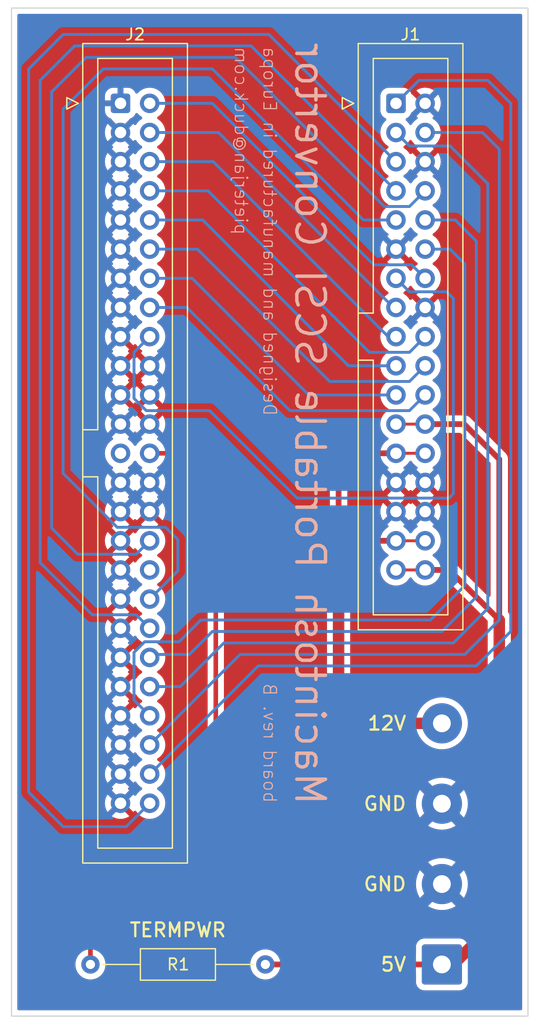
<source format=kicad_pcb>
(kicad_pcb (version 20211014) (generator pcbnew)
  (title_block (title "Apple M5210 SCSI Adapter") (date "2022-10-15") (rev "0") (company "X11"))
  (layers (0 "F.Cu" signal) (31 "B.Cu" signal) (34 "B.Paste" user) (35 "F.Paste" user) (36 "B.SilkS" user "B.Silkscreen") (37 "F.SilkS" user "F.Silkscreen") (38 "B.Mask" user) (39 "F.Mask" user) (44 "Edge.Cuts" user))
  (net 0 "")
  (net 1 "/REQ")
  (net 2 "GND")
  (net 3 "/MSG")
  (net 4 "/C{slash}D")
  (net 5 "/I{slash}O")
  (net 6 "/ACK")
  (net 7 "/ATN")
  (net 8 "/BSY")
  (net 9 "/RST")
  (net 10 "/SEL")
  (net 11 "/DB(P)")
  (net 12 "/DB(0)")
  (net 13 "/DB(1)")
  (net 14 "/DB(2)")
  (net 15 "/DB(3)")
  (net 16 "/DB(4)")
  (net 17 "/DB(5)")
  (net 18 "/DB(6)")
  (net 19 "/DB(7)")
  (net 20 "+5V")
  (net 21 "+12V")
  (net 24 "/TERMPWR")
  (footprint "Connector_IDC:IDC-Header_2x25_P2.54mm_Vertical" (layer "F.Cu") (at 115 58)
    (fp_text reference "J2" (at 1.27 -6) (layer "F.SilkS"))
    (fp_text value "Conn_02x25_Odd_Even")
    (fp_line (start -4.68 -0.5) (end -4.68 0.5) (layer "F.SilkS") (width 0.12))
    (fp_line (start -4.68 0.5) (end -3.68 0) (layer "F.SilkS") (width 0.12))
    (fp_line (start -3.29 -5.21) (end 5.83 -5.21) (layer "F.SilkS") (width 0.12))
    (fp_line (start 4.52 64.87) (end -1.98 64.87) (layer "F.SilkS") (width 0.12))
    (fp_line (start -3.29 28.43) (end -1.98 28.43) (layer "F.SilkS") (width 0.12))
    (fp_line (start -3.68 0) (end -4.68 -0.5) (layer "F.SilkS") (width 0.12))
    (fp_line (start -1.98 28.43) (end -1.98 -3.91) (layer "F.SilkS") (width 0.12))
    (fp_line (start -1.98 32.53) (end -1.98 32.53) (layer "F.SilkS") (width 0.12))
    (fp_line (start -1.98 32.53) (end -3.29 32.53) (layer "F.SilkS") (width 0.12))
    (fp_line (start -1.98 64.87) (end -1.98 32.53) (layer "F.SilkS") (width 0.12))
    (fp_line (start 4.52 -3.91) (end 4.52 64.87) (layer "F.SilkS") (width 0.12))
    (fp_line (start 5.83 -5.21) (end 5.83 66.17) (layer "F.SilkS") (width 0.12))
    (fp_line (start -3.29 66.17) (end -3.29 -5.21) (layer "F.SilkS") (width 0.12))
    (fp_line (start -1.98 -3.91) (end 4.52 -3.91) (layer "F.SilkS") (width 0.12))
    (fp_line (start 5.83 66.17) (end -3.29 66.17) (layer "F.SilkS") (width 0.12))
    (pad "1" thru_hole roundrect (at 0 0) (size 1.7 1.7) (drill 1) (layers *.Cu *.Mask) (roundrect_rratio 0.147059) (net 2 "GND"))
    (pad "2" thru_hole circle (at 2.54 0) (size 1.7 1.7) (drill 1) (layers *.Cu *.Mask) (net 12 "/DB(0)"))
    (pad "3" thru_hole circle (at 0 2.54) (size 1.7 1.7) (drill 1) (layers *.Cu *.Mask) (net 2 "GND"))
    (pad "4" thru_hole circle (at 2.54 2.54) (size 1.7 1.7) (drill 1) (layers *.Cu *.Mask) (net 13 "/DB(1)"))
    (pad "5" thru_hole circle (at 0 5.08) (size 1.7 1.7) (drill 1) (layers *.Cu *.Mask) (net 2 "GND"))
    (pad "6" thru_hole circle (at 2.54 5.08) (size 1.7 1.7) (drill 1) (layers *.Cu *.Mask) (net 14 "/DB(2)"))
    (pad "7" thru_hole circle (at 0 7.62) (size 1.7 1.7) (drill 1) (layers *.Cu *.Mask) (net 2 "GND"))
    (pad "8" thru_hole circle (at 2.54 7.62) (size 1.7 1.7) (drill 1) (layers *.Cu *.Mask) (net 15 "/DB(3)"))
    (pad "9" thru_hole circle (at 0 10.16) (size 1.7 1.7) (drill 1) (layers *.Cu *.Mask) (net 2 "GND"))
    (pad "10" thru_hole circle (at 2.54 10.16) (size 1.7 1.7) (drill 1) (layers *.Cu *.Mask) (net 16 "/DB(4)"))
    (pad "11" thru_hole circle (at 0 12.7) (size 1.7 1.7) (drill 1) (layers *.Cu *.Mask) (net 2 "GND"))
    (pad "12" thru_hole circle (at 2.54 12.7) (size 1.7 1.7) (drill 1) (layers *.Cu *.Mask) (net 17 "/DB(5)"))
    (pad "13" thru_hole circle (at 0 15.24) (size 1.7 1.7) (drill 1) (layers *.Cu *.Mask) (net 2 "GND"))
    (pad "14" thru_hole circle (at 2.54 15.24) (size 1.7 1.7) (drill 1) (layers *.Cu *.Mask) (net 18 "/DB(6)"))
    (pad "15" thru_hole circle (at 0 17.78) (size 1.7 1.7) (drill 1) (layers *.Cu *.Mask) (net 2 "GND"))
    (pad "16" thru_hole circle (at 2.54 17.78) (size 1.7 1.7) (drill 1) (layers *.Cu *.Mask) (net 19 "/DB(7)"))
    (pad "17" thru_hole circle (at 0 20.32) (size 1.7 1.7) (drill 1) (layers *.Cu *.Mask) (net 2 "GND"))
    (pad "18" thru_hole circle (at 2.54 20.32) (size 1.7 1.7) (drill 1) (layers *.Cu *.Mask) (net 11 "/DB(P)"))
    (pad "19" thru_hole circle (at 0 22.86) (size 1.7 1.7) (drill 1) (layers *.Cu *.Mask) (net 2 "GND"))
    (pad "20" thru_hole circle (at 2.54 22.86) (size 1.7 1.7) (drill 1) (layers *.Cu *.Mask) (net 2 "GND"))
    (pad "21" thru_hole circle (at 0 25.4) (size 1.7 1.7) (drill 1) (layers *.Cu *.Mask) (net 2 "GND"))
    (pad "22" thru_hole circle (at 2.54 25.4) (size 1.7 1.7) (drill 1) (layers *.Cu *.Mask) (net 2 "GND"))
    (pad "23" thru_hole circle (at 0 27.94) (size 1.7 1.7) (drill 1) (layers *.Cu *.Mask) (net 2 "GND"))
    (pad "24" thru_hole circle (at 2.54 27.94) (size 1.7 1.7) (drill 1) (layers *.Cu *.Mask) (net 2 "GND"))
    (pad "25" thru_hole circle (at 0 30.48) (size 1.7 1.7) (drill 1) (layers *.Cu *.Mask))
    (pad "26" thru_hole circle (at 2.54 30.48) (size 1.7 1.7) (drill 1) (layers *.Cu *.Mask) (net 24 "/TERMPWR"))
    (pad "27" thru_hole circle (at 0 33.02) (size 1.7 1.7) (drill 1) (layers *.Cu *.Mask) (net 2 "GND"))
    (pad "28" thru_hole circle (at 2.54 33.02) (size 1.7 1.7) (drill 1) (layers *.Cu *.Mask) (net 2 "GND"))
    (pad "29" thru_hole circle (at 0 35.56) (size 1.7 1.7) (drill 1) (layers *.Cu *.Mask) (net 2 "GND"))
    (pad "30" thru_hole circle (at 2.54 35.56) (size 1.7 1.7) (drill 1) (layers *.Cu *.Mask) (net 2 "GND"))
    (pad "31" thru_hole circle (at 0 38.1) (size 1.7 1.7) (drill 1) (layers *.Cu *.Mask) (net 2 "GND"))
    (pad "32" thru_hole circle (at 2.54 38.1) (size 1.7 1.7) (drill 1) (layers *.Cu *.Mask) (net 7 "/ATN"))
    (pad "33" thru_hole circle (at 0 40.64) (size 1.7 1.7) (drill 1) (layers *.Cu *.Mask) (net 2 "GND"))
    (pad "34" thru_hole circle (at 2.54 40.64) (size 1.7 1.7) (drill 1) (layers *.Cu *.Mask))
    (pad "35" thru_hole circle (at 0 43.18) (size 1.7 1.7) (drill 1) (layers *.Cu *.Mask) (net 2 "GND"))
    (pad "36" thru_hole circle (at 2.54 43.18) (size 1.7 1.7) (drill 1) (layers *.Cu *.Mask) (net 8 "/BSY"))
    (pad "37" thru_hole circle (at 0 45.72) (size 1.7 1.7) (drill 1) (layers *.Cu *.Mask) (net 2 "GND"))
    (pad "38" thru_hole circle (at 2.54 45.72) (size 1.7 1.7) (drill 1) (layers *.Cu *.Mask) (net 6 "/ACK"))
    (pad "39" thru_hole circle (at 0 48.26) (size 1.7 1.7) (drill 1) (layers *.Cu *.Mask) (net 2 "GND"))
    (pad "40" thru_hole circle (at 2.54 48.26) (size 1.7 1.7) (drill 1) (layers *.Cu *.Mask) (net 9 "/RST"))
    (pad "41" thru_hole circle (at 0 50.8) (size 1.7 1.7) (drill 1) (layers *.Cu *.Mask) (net 2 "GND"))
    (pad "42" thru_hole circle (at 2.54 50.8) (size 1.7 1.7) (drill 1) (layers *.Cu *.Mask) (net 3 "/MSG"))
    (pad "43" thru_hole circle (at 0 53.34) (size 1.7 1.7) (drill 1) (layers *.Cu *.Mask) (net 2 "GND"))
    (pad "44" thru_hole circle (at 2.54 53.34) (size 1.7 1.7) (drill 1) (layers *.Cu *.Mask) (net 10 "/SEL"))
    (pad "45" thru_hole circle (at 0 55.88) (size 1.7 1.7) (drill 1) (layers *.Cu *.Mask) (net 2 "GND"))
    (pad "46" thru_hole circle (at 2.54 55.88) (size 1.7 1.7) (drill 1) (layers *.Cu *.Mask) (net 4 "/C{slash}D"))
    (pad "47" thru_hole circle (at 0 58.42) (size 1.7 1.7) (drill 1) (layers *.Cu *.Mask) (net 2 "GND"))
    (pad "48" thru_hole circle (at 2.54 58.42) (size 1.7 1.7) (drill 1) (layers *.Cu *.Mask) (net 1 "/REQ"))
    (pad "49" thru_hole circle (at 0 60.96) (size 1.7 1.7) (drill 1) (layers *.Cu *.Mask) (net 2 "GND"))
    (pad "50" thru_hole circle (at 2.54 60.96) (size 1.7 1.7) (drill 1) (layers *.Cu *.Mask) (net 5 "/I{slash}O"))
  )
  (footprint "Connector_IDC:IDC-Header_2x17_P2.54mm_Vertical" (layer "F.Cu") (at 139 58)
    (fp_text reference "J1" (at 1.27 -6) (layer "F.SilkS"))
    (fp_text value "Conn_02x17_Odd_Even")
    (fp_line (start -1.98 22.37) (end -1.98 22.37) (layer "F.SilkS") (width 0.12))
    (fp_line (start 5.83 45.85) (end -3.29 45.85) (layer "F.SilkS") (width 0.12))
    (fp_line (start -3.29 -5.21) (end 5.83 -5.21) (layer "F.SilkS") (width 0.12))
    (fp_line (start -1.98 22.37) (end -3.29 22.37) (layer "F.SilkS") (width 0.12))
    (fp_line (start -1.98 18.27) (end -1.98 -3.91) (layer "F.SilkS") (width 0.12))
    (fp_line (start -1.98 44.55) (end -1.98 22.37) (layer "F.SilkS") (width 0.12))
    (fp_line (start -3.29 45.85) (end -3.29 -5.21) (layer "F.SilkS") (width 0.12))
    (fp_line (start 4.52 44.55) (end -1.98 44.55) (layer "F.SilkS") (width 0.12))
    (fp_line (start -1.98 -3.91) (end 4.52 -3.91) (layer "F.SilkS") (width 0.12))
    (fp_line (start -3.68 0) (end -4.68 -0.5) (layer "F.SilkS") (width 0.12))
    (fp_line (start -4.68 -0.5) (end -4.68 0.5) (layer "F.SilkS") (width 0.12))
    (fp_line (start 4.52 -3.91) (end 4.52 44.55) (layer "F.SilkS") (width 0.12))
    (fp_line (start -4.68 0.5) (end -3.68 0) (layer "F.SilkS") (width 0.12))
    (fp_line (start -3.29 18.27) (end -1.98 18.27) (layer "F.SilkS") (width 0.12))
    (fp_line (start 5.83 -5.21) (end 5.83 45.85) (layer "F.SilkS") (width 0.12))
    (pad "1" thru_hole roundrect (at 0 0) (size 1.7 1.7) (drill 1) (layers *.Cu *.Mask) (roundrect_rratio 0.147059) (net 1 "/REQ"))
    (pad "2" thru_hole circle (at 2.54 0) (size 1.7 1.7) (drill 1) (layers *.Cu *.Mask) (net 2 "GND"))
    (pad "3" thru_hole circle (at 0 2.54) (size 1.7 1.7) (drill 1) (layers *.Cu *.Mask) (net 3 "/MSG"))
    (pad "4" thru_hole circle (at 2.54 2.54) (size 1.7 1.7) (drill 1) (layers *.Cu *.Mask) (net 4 "/C{slash}D"))
    (pad "5" thru_hole circle (at 0 5.08) (size 1.7 1.7) (drill 1) (layers *.Cu *.Mask) (net 5 "/I{slash}O"))
    (pad "6" thru_hole circle (at 2.54 5.08) (size 1.7 1.7) (drill 1) (layers *.Cu *.Mask) (net 2 "GND"))
    (pad "7" thru_hole circle (at 0 7.62) (size 1.7 1.7) (drill 1) (layers *.Cu *.Mask) (net 6 "/ACK"))
    (pad "8" thru_hole circle (at 2.54 7.62) (size 1.7 1.7) (drill 1) (layers *.Cu *.Mask) (net 7 "/ATN"))
    (pad "9" thru_hole circle (at 0 10.16) (size 1.7 1.7) (drill 1) (layers *.Cu *.Mask) (net 8 "/BSY"))
    (pad "10" thru_hole circle (at 2.54 10.16) (size 1.7 1.7) (drill 1) (layers *.Cu *.Mask) (net 9 "/RST"))
    (pad "11" thru_hole circle (at 0 12.7) (size 1.7 1.7) (drill 1) (layers *.Cu *.Mask) (net 2 "GND"))
    (pad "12" thru_hole circle (at 2.54 12.7) (size 1.7 1.7) (drill 1) (layers *.Cu *.Mask) (net 10 "/SEL"))
    (pad "13" thru_hole circle (at 0 15.24) (size 1.7 1.7) (drill 1) (layers *.Cu *.Mask) (net 11 "/DB(P)"))
    (pad "14" thru_hole circle (at 2.54 15.24) (size 1.7 1.7) (drill 1) (layers *.Cu *.Mask) (net 12 "/DB(0)"))
    (pad "15" thru_hole circle (at 0 17.78) (size 1.7 1.7) (drill 1) (layers *.Cu *.Mask) (net 13 "/DB(1)"))
    (pad "16" thru_hole circle (at 2.54 17.78) (size 1.7 1.7) (drill 1) (layers *.Cu *.Mask) (net 2 "GND"))
    (pad "17" thru_hole circle (at 0 20.32) (size 1.7 1.7) (drill 1) (layers *.Cu *.Mask) (net 14 "/DB(2)"))
    (pad "18" thru_hole circle (at 2.54 20.32) (size 1.7 1.7) (drill 1) (layers *.Cu *.Mask) (net 15 "/DB(3)"))
    (pad "19" thru_hole circle (at 0 22.86) (size 1.7 1.7) (drill 1) (layers *.Cu *.Mask) (net 16 "/DB(4)"))
    (pad "20" thru_hole circle (at 2.54 22.86) (size 1.7 1.7) (drill 1) (layers *.Cu *.Mask) (net 17 "/DB(5)"))
    (pad "21" thru_hole circle (at 0 25.4) (size 1.7 1.7) (drill 1) (layers *.Cu *.Mask) (net 18 "/DB(6)"))
    (pad "22" thru_hole circle (at 2.54 25.4) (size 1.7 1.7) (drill 1) (layers *.Cu *.Mask) (net 19 "/DB(7)"))
    (pad "23" thru_hole circle (at 0 27.94) (size 1.7 1.7) (drill 1) (layers *.Cu *.Mask) (net 20 "+5V"))
    (pad "24" thru_hole circle (at 2.54 27.94) (size 1.7 1.7) (drill 1) (layers *.Cu *.Mask) (net 20 "+5V"))
    (pad "25" thru_hole circle (at 0 30.48) (size 1.7 1.7) (drill 1) (layers *.Cu *.Mask) (net 21 "+12V"))
    (pad "26" thru_hole circle (at 2.54 30.48) (size 1.7 1.7) (drill 1) (layers *.Cu *.Mask) (net 21 "+12V"))
    (pad "27" thru_hole circle (at 0 33.02) (size 1.7 1.7) (drill 1) (layers *.Cu *.Mask) (net 2 "GND"))
    (pad "28" thru_hole circle (at 2.54 33.02) (size 1.7 1.7) (drill 1) (layers *.Cu *.Mask) (net 2 "GND"))
    (pad "29" thru_hole circle (at 0 35.56) (size 1.7 1.7) (drill 1) (layers *.Cu *.Mask) (net 2 "GND"))
    (pad "30" thru_hole circle (at 2.54 35.56) (size 1.7 1.7) (drill 1) (layers *.Cu *.Mask) (net 2 "GND"))
    (pad "31" thru_hole circle (at 0 38.1) (size 1.7 1.7) (drill 1) (layers *.Cu *.Mask) (net 21 "+12V"))
    (pad "32" thru_hole circle (at 2.54 38.1) (size 1.7 1.7) (drill 1) (layers *.Cu *.Mask) (net 21 "+12V"))
    (pad "33" thru_hole circle (at 0 40.64) (size 1.7 1.7) (drill 1) (layers *.Cu *.Mask) (net 20 "+5V"))
    (pad "34" thru_hole circle (at 2.54 40.64) (size 1.7 1.7) (drill 1) (layers *.Cu *.Mask) (net 20 "+5V"))
  )
  (footprint "Resistor_THT:R_Axial_DIN0207_L6.3mm_D2.5mm_P15.24mm_Horizontal" (layer "F.Cu") (at 112.38 133)
    (fp_text reference "R1" (at 7.645 0) (layer "F.SilkS"))
    (fp_text value "330")
    (fp_line (start 4.35 -1.37) (end 4.35 1.37) (layer "F.SilkS") (width 0.12))
    (fp_line (start 1.04 0) (end 4.35 0) (layer "F.SilkS") (width 0.12))
    (fp_line (start 10.89 -1.37) (end 4.35 -1.37) (layer "F.SilkS") (width 0.12))
    (fp_line (start 4.35 1.37) (end 10.89 1.37) (layer "F.SilkS") (width 0.12))
    (fp_line (start 10.89 1.37) (end 10.89 -1.37) (layer "F.SilkS") (width 0.12))
    (fp_line (start 14.2 0) (end 10.89 0) (layer "F.SilkS") (width 0.12))
    (pad "1" thru_hole circle (at 0 0) (size 1.6 1.6) (drill 0.8) (layers *.Cu *.Mask) (net 24 "/TERMPWR"))
    (pad "2" thru_hole oval (at 15.24 0) (size 1.6 1.6) (drill 0.8) (layers *.Cu *.Mask) (net 20 "+5V"))
  )
  (footprint "Connector_Wire:SolderWire-0.75sqmm_1x04_P7mm_D1.25mm_OD3.5mm" (layer "F.Cu") (at 143 133 90)
    (fp_text reference "J3" hide)
    (fp_text value "Conn_01x04")
    (pad "1" thru_hole roundrect (at 0 0 90) (size 3.5 3.5) (drill 1.55) (layers *.Cu *.Mask) (roundrect_rratio 0.07142914286) (net 20 "+5V"))
    (pad "2" thru_hole circle (at 7 0 90) (size 3.5 3.5) (drill 1.55) (layers *.Cu *.Mask) (net 2 "GND"))
    (pad "3" thru_hole circle (at 14 0 90) (size 3.5 3.5) (drill 1.55) (layers *.Cu *.Mask) (net 2 "GND"))
    (pad "4" thru_hole circle (at 21 0 90) (size 3.5 3.5) (drill 1.55) (layers *.Cu *.Mask) (net 21 "+12V"))
  )
  (gr_rect (start 150.5 137.5) (end 105.5 49.7) (layer "Edge.Cuts") (width 0.1) (fill none))
  (gr_text "board rev. B" (at 128 119 -90) (layer "B.SilkS") (effects (font (size 1.1 1.1) (thickness 0.1)) (justify left mirror)))
  (gr_text "pieterjan@duck.com" (at 125.5 53 -90) (layer "B.SilkS") (effects (font (size 1.1 1.1) (thickness 0.1)) (justify right mirror)))
  (gr_text "Designed and manufactured in Europa" (at 128 53 -90) (layer "B.SilkS") (effects (font (size 1.1 1.1) (thickness 0.1)) (justify right mirror)))
  (gr_text "Macintosh Portable SCSI Convertor" (at 131.5 52.5 -90) (layer "B.SilkS") (effects (font (size 2.5 2.5) (thickness 0.3)) (justify right mirror)))
  (gr_text "12V" (at 140 112) (layer "F.SilkS") (effects (font (size 1.2 1.2) (thickness 0.2)) (justify right)))
  (gr_text "TERMPWR" (at 120 130) (layer "F.SilkS") (effects (font (size 1.2 1.2) (thickness 0.2))))
  (gr_text "GND" (at 140 126) (layer "F.SilkS") (effects (font (size 1.2 1.2) (thickness 0.2)) (justify right)))
  (gr_text "5V" (at 140 133) (layer "F.SilkS") (effects (font (size 1.2 1.2) (thickness 0.2)) (justify right)))
  (gr_text "GND" (at 140 119) (layer "F.SilkS") (effects (font (size 1.2 1.2) (thickness 0.2)) (justify right)))
  (segment (start 147 56) (end 141 56) (width 0.25) (layer "B.Cu") (net 1))
  (segment (start 117.58 116.42) (end 127 107) (width 0.25) (layer "B.Cu") (net 1))
  (segment (start 146 107) (end 149 104) (width 0.25) (layer "B.Cu") (net 1))
  (segment (start 117.54 116.42) (end 117.58 116.42) (width 0.25) (layer "B.Cu") (net 1))
  (segment (start 141 56) (end 139 58) (width 0.25) (layer "B.Cu") (net 1))
  (segment (start 127 107) (end 146 107) (width 0.25) (layer "B.Cu") (net 1))
  (segment (start 149 58) (end 147 56) (width 0.25) (layer "B.Cu") (net 1))
  (segment (start 149 104) (end 149 58) (width 0.25) (layer "B.Cu") (net 1))
  (segment (start 124 105) (end 144 105) (width 0.25) (layer "B.Cu") (net 3))
  (segment (start 147 65) (end 143.715 61.715) (width 0.25) (layer "B.Cu") (net 3))
  (segment (start 144 105) (end 147 102) (width 0.25) (layer "B.Cu") (net 3))
  (segment (start 140.175 61.715) (end 139 60.54) (width 0.25) (layer "B.Cu") (net 3))
  (segment (start 117.54 108.8) (end 120.2 108.8) (width 0.25) (layer "B.Cu") (net 3))
  (segment (start 120.2 108.8) (end 124 105) (width 0.25) (layer "B.Cu") (net 3))
  (segment (start 147 102) (end 147 65) (width 0.25) (layer "B.Cu") (net 3))
  (segment (start 143.715 61.715) (end 140.175 61.715) (width 0.25) (layer "B.Cu") (net 3))
  (segment (start 146.54 60.54) (end 148 62) (width 0.25) (layer "B.Cu") (net 4))
  (segment (start 148 62) (end 148 103) (width 0.25) (layer "B.Cu") (net 4))
  (segment (start 145 106) (end 125.42 106) (width 0.25) (layer "B.Cu") (net 4))
  (segment (start 141.54 60.54) (end 146.54 60.54) (width 0.25) (layer "B.Cu") (net 4))
  (segment (start 125.42 106) (end 117.54 113.88) (width 0.25) (layer "B.Cu") (net 4))
  (segment (start 148 103) (end 145 106) (width 0.25) (layer "B.Cu") (net 4))
  (segment (start 107 118) (end 107 55) (width 0.25) (layer "B.Cu") (net 5))
  (segment (start 115.5 121) (end 110 121) (width 0.25) (layer "B.Cu") (net 5))
  (segment (start 110 52) (end 127.92 52) (width 0.25) (layer "B.Cu") (net 5))
  (segment (start 107 55) (end 110 52) (width 0.25) (layer "B.Cu") (net 5))
  (segment (start 127.92 52) (end 139 63.08) (width 0.25) (layer "B.Cu") (net 5))
  (segment (start 117.54 118.96) (end 115.5 121) (width 0.25) (layer "B.Cu") (net 5))
  (segment (start 110 121) (end 107 118) (width 0.25) (layer "B.Cu") (net 5))
  (segment (start 126.38 53) (end 111 53) (width 0.25) (layer "B.Cu") (net 6))
  (segment (start 108 98) (end 112.545 102.545) (width 0.25) (layer "B.Cu") (net 6))
  (segment (start 139 65.62) (end 126.38 53) (width 0.25) (layer "B.Cu") (net 6))
  (segment (start 108 56) (end 108 98) (width 0.25) (layer "B.Cu") (net 6))
  (segment (start 111 53) (end 108 56) (width 0.25) (layer "B.Cu") (net 6))
  (segment (start 116.365 102.545) (end 117.54 103.72) (width 0.25) (layer "B.Cu") (net 6))
  (segment (start 112.545 102.545) (end 116.365 102.545) (width 0.25) (layer "B.Cu") (net 6))
  (segment (start 117.54 96.1) (end 116.365 97.275) (width 0.25) (layer "B.Cu") (net 7))
  (segment (start 111.275 97.275) (end 109 95) (width 0.25) (layer "B.Cu") (net 7))
  (segment (start 137.985 66.985) (end 140.175 66.985) (width 0.25) (layer "B.Cu") (net 7))
  (segment (start 125 54) (end 137.985 66.985) (width 0.25) (layer "B.Cu") (net 7))
  (segment (start 109 95) (end 109 57) (width 0.25) (layer "B.Cu") (net 7))
  (segment (start 112 54) (end 125 54) (width 0.25) (layer "B.Cu") (net 7))
  (segment (start 116.365 97.275) (end 111.275 97.275) (width 0.25) (layer "B.Cu") (net 7))
  (segment (start 140.175 66.985) (end 141.54 65.62) (width 0.25) (layer "B.Cu") (net 7))
  (segment (start 109 57) (end 112 54) (width 0.25) (layer "B.Cu") (net 7))
  (segment (start 110 58.5) (end 110 90.221701) (width 0.25) (layer "B.Cu") (net 8))
  (segment (start 136.16 68.16) (end 123 55) (width 0.25) (layer "B.Cu") (net 8))
  (segment (start 123 55) (end 113.5 55) (width 0.25) (layer "B.Cu") (net 8))
  (segment (start 120 96) (end 120 98.72) (width 0.25) (layer "B.Cu") (net 8))
  (segment (start 118.925 94.925) (end 120 96) (width 0.25) (layer "B.Cu") (net 8))
  (segment (start 110 90.221701) (end 114.703299 94.925) (width 0.25) (layer "B.Cu") (net 8))
  (segment (start 114.703299 94.925) (end 118.925 94.925) (width 0.25) (layer "B.Cu") (net 8))
  (segment (start 120 98.72) (end 117.54 101.18) (width 0.25) (layer "B.Cu") (net 8))
  (segment (start 139 68.16) (end 136.16 68.16) (width 0.25) (layer "B.Cu") (net 8))
  (segment (start 113.5 55) (end 110 58.5) (width 0.25) (layer "B.Cu") (net 8))
  (segment (start 123 104) (end 143 104) (width 0.25) (layer "B.Cu") (net 9))
  (segment (start 144.16 68.16) (end 141.54 68.16) (width 0.25) (layer "B.Cu") (net 9))
  (segment (start 146 101) (end 146 70) (width 0.25) (layer "B.Cu") (net 9))
  (segment (start 143 104) (end 146 101) (width 0.25) (layer "B.Cu") (net 9))
  (segment (start 117.54 106.26) (end 117.8 106) (width 0.25) (layer "B.Cu") (net 9))
  (segment (start 121 106) (end 123 104) (width 0.25) (layer "B.Cu") (net 9))
  (segment (start 146 70) (end 144.16 68.16) (width 0.25) (layer "B.Cu") (net 9))
  (segment (start 117.8 106) (end 121 106) (width 0.25) (layer "B.Cu") (net 9))
  (segment (start 145 100) (end 145 72) (width 0.25) (layer "B.Cu") (net 10))
  (segment (start 116.175 105.825) (end 117.105 104.895) (width 0.25) (layer "B.Cu") (net 10))
  (segment (start 145 72) (end 143.7 70.7) (width 0.25) (layer "B.Cu") (net 10))
  (segment (start 142 103) (end 145 100) (width 0.25) (layer "B.Cu") (net 10))
  (segment (start 117.105 104.895) (end 120.105 104.895) (width 0.25) (layer "B.Cu") (net 10))
  (segment (start 143.7 70.7) (end 141.54 70.7) (width 0.25) (layer "B.Cu") (net 10))
  (segment (start 120.105 104.895) (end 122 103) (width 0.25) (layer "B.Cu") (net 10))
  (segment (start 122 103) (end 142 103) (width 0.25) (layer "B.Cu") (net 10))
  (segment (start 116.175 109.975) (end 116.175 105.825) (width 0.25) (layer "B.Cu") (net 10))
  (segment (start 117.54 111.34) (end 116.175 109.975) (width 0.25) (layer "B.Cu") (net 10))
  (segment (start 116.175 83.696701) (end 117.243299 84.765) (width 0.25) (layer "B.Cu") (net 11))
  (segment (start 117.54 78.32) (end 116.175 79.685) (width 0.25) (layer "B.Cu") (net 11))
  (segment (start 140.175 74.415) (end 139 73.24) (width 0.25) (layer "B.Cu") (net 11))
  (segment (start 130.385 92.385) (end 143.615 92.385) (width 0.25) (layer "B.Cu") (net 11))
  (segment (start 122.765 84.765) (end 130.385 92.385) (width 0.25) (layer "B.Cu") (net 11))
  (segment (start 144 92) (end 144 75) (width 0.25) (layer "B.Cu") (net 11))
  (segment (start 143.415 74.415) (end 140.175 74.415) (width 0.25) (layer "B.Cu") (net 11))
  (segment (start 117.243299 84.765) (end 122.765 84.765) (width 0.25) (layer "B.Cu") (net 11))
  (segment (start 143.615 92.385) (end 144 92) (width 0.25) (layer "B.Cu") (net 11))
  (segment (start 116.175 79.685) (end 116.175 83.696701) (width 0.25) (layer "B.Cu") (net 11))
  (segment (start 144 75) (end 143.415 74.415) (width 0.25) (layer "B.Cu") (net 11))
  (segment (start 117.54 58) (end 123 58) (width 0.25) (layer "B.Cu") (net 12))
  (segment (start 137.065 72.065) (end 140.365 72.065) (width 0.25) (layer "B.Cu") (net 12))
  (segment (start 123 58) (end 137.065 72.065) (width 0.25) (layer "B.Cu") (net 12))
  (segment (start 140.365 72.065) (end 141.54 73.24) (width 0.25) (layer "B.Cu") (net 12))
  (segment (start 117.54 60.54) (end 123.54 60.54) (width 0.25) (layer "B.Cu") (net 13))
  (segment (start 123.54 60.54) (end 138.78 75.78) (width 0.25) (layer "B.Cu") (net 13))
  (segment (start 138.78 75.78) (end 139 75.78) (width 0.25) (layer "B.Cu") (net 13))
  (segment (start 123.08 63.08) (end 138.32 78.32) (width 0.25) (layer "B.Cu") (net 14))
  (segment (start 138.32 78.32) (end 139 78.32) (width 0.25) (layer "B.Cu") (net 14))
  (segment (start 117.54 63.08) (end 123.08 63.08) (width 0.25) (layer "B.Cu") (net 14))
  (segment (start 122.62 65.62) (end 136.685 79.685) (width 0.25) (layer "B.Cu") (net 15))
  (segment (start 117.54 65.62) (end 122.62 65.62) (width 0.25) (layer "B.Cu") (net 15))
  (segment (start 140.175 79.685) (end 141.54 78.32) (width 0.25) (layer "B.Cu") (net 15))
  (segment (start 136.685 79.685) (end 140.175 79.685) (width 0.25) (layer "B.Cu") (net 15))
  (segment (start 122.16 68.16) (end 134.86 80.86) (width 0.25) (layer "B.Cu") (net 16))
  (segment (start 134.86 80.86) (end 139 80.86) (width 0.25) (layer "B.Cu") (net 16))
  (segment (start 117.54 68.16) (end 122.16 68.16) (width 0.25) (layer "B.Cu") (net 16))
  (segment (start 140.175 82.225) (end 141.54 80.86) (width 0.25) (layer "B.Cu") (net 17))
  (segment (start 117.54 70.7) (end 121.7 70.7) (width 0.25) (layer "B.Cu") (net 17))
  (segment (start 133.225 82.225) (end 140.175 82.225) (width 0.25) (layer "B.Cu") (net 17))
  (segment (start 121.7 70.7) (end 133.225 82.225) (width 0.25) (layer "B.Cu") (net 17))
  (segment (start 131.4 83.4) (end 139 83.4) (width 0.25) (layer "B.Cu") (net 18))
  (segment (start 121.24 73.24) (end 131.4 83.4) (width 0.25) (layer "B.Cu") (net 18))
  (segment (start 117.54 73.24) (end 121.24 73.24) (width 0.25) (layer "B.Cu") (net 18))
  (segment (start 140.175 84.765) (end 141.54 83.4) (width 0.25) (layer "B.Cu") (net 19))
  (segment (start 129.765 84.765) (end 140.175 84.765) (width 0.25) (layer "B.Cu") (net 19))
  (segment (start 120.78 75.78) (end 129.765 84.765) (width 0.25) (layer "B.Cu") (net 19))
  (segment (start 117.54 75.78) (end 120.78 75.78) (width 0.25) (layer "B.Cu") (net 19))
  (segment (start 139 85.94) (end 141.54 85.94) (width 0.25) (layer "F.Cu") (net 20))
  (segment (start 141.54 85.94) (end 144.94 85.94) (width 0.5) (layer "F.Cu") (net 20))
  (segment (start 144.94 85.94) (end 148 89) (width 0.5) (layer "F.Cu") (net 20))
  (segment (start 148 129) (end 148 103) (width 1) (layer "F.Cu") (net 20))
  (segment (start 139 98.64) (end 141.54 98.64) (width 0.25) (layer "F.Cu") (net 20))
  (segment (start 127.62 133) (end 143 133) (width 0.5) (layer "F.Cu") (net 20))
  (segment (start 143.64 98.64) (end 148 103) (width 0.5) (layer "F.Cu") (net 20))
  (segment (start 148 89) (end 148 103) (width 0.5) (layer "F.Cu") (net 20))
  (segment (start 141.54 98.64) (end 143.64 98.64) (width 0.5) (layer "F.Cu") (net 20))
  (segment (start 143 133) (end 144 133) (width 0.25) (layer "F.Cu") (net 20))
  (segment (start 144 133) (end 148 129) (width 1) (layer "F.Cu") (net 20))
  (segment (start 134 99) (end 134 109) (width 1) (layer "F.Cu") (net 21))
  (segment (start 134 109) (end 137 112) (width 1) (layer "F.Cu") (net 21))
  (segment (start 136.9 96.1) (end 139 96.1) (width 0.5) (layer "F.Cu") (net 21))
  (segment (start 134 99) (end 134 90) (width 0.5) (layer "F.Cu") (net 21))
  (segment (start 141.54 96.1) (end 139 96.1) (width 0.25) (layer "F.Cu") (net 21))
  (segment (start 135.52 88.48) (end 139 88.48) (width 0.5) (layer "F.Cu") (net 21))
  (segment (start 137 112) (end 143 112) (width 1) (layer "F.Cu") (net 21))
  (segment (start 134 99) (end 136.9 96.1) (width 0.5) (layer "F.Cu") (net 21))
  (segment (start 134 90) (end 135.52 88.48) (width 0.5) (layer "F.Cu") (net 21))
  (segment (start 141.54 88.48) (end 139 88.48) (width 0.25) (layer "F.Cu") (net 21))
  (segment (start 112.38 130.22) (end 112.38 133) (width 0.4) (layer "F.Cu") (net 24))
  (segment (start 123.3 119.3) (end 112.38 130.22) (width 0.4) (layer "F.Cu") (net 24))
  (segment (start 117.54 88.48) (end 121.18 88.48) (width 0.4) (layer "F.Cu") (net 24))
  (segment (start 123.3 90.6) (end 123.3 119.3) (width 0.4) (layer "F.Cu") (net 24))
  (segment (start 121.18 88.48) (end 123.3 90.6) (width 0.4) (layer "F.Cu") (net 24))
  (zone (net 2) (net_name "GND") (layer "F.Cu") (name "GND") (connect_pads (clearance 0.508)) (min_thickness 0.254) (fill yes (thermal_gap 0.508) (thermal_bridge_width 0.508))
    (polygon (pts (xy 151.2 138.1) (xy 104.5 138.1) (xy 104.5 49.1) (xy 151.2 49.1)))
  )
  (zone (net 2) (net_name "GND") (layer "B.Cu") (name "GND") (connect_pads (clearance 0.508)) (min_thickness 0.254) (fill yes (thermal_gap 0.508) (thermal_bridge_width 0.508))
    (polygon (pts (xy 151.3 138.2) (xy 104.7 138.2) (xy 104.7 49) (xy 151.3 49)))
  )
)
</source>
